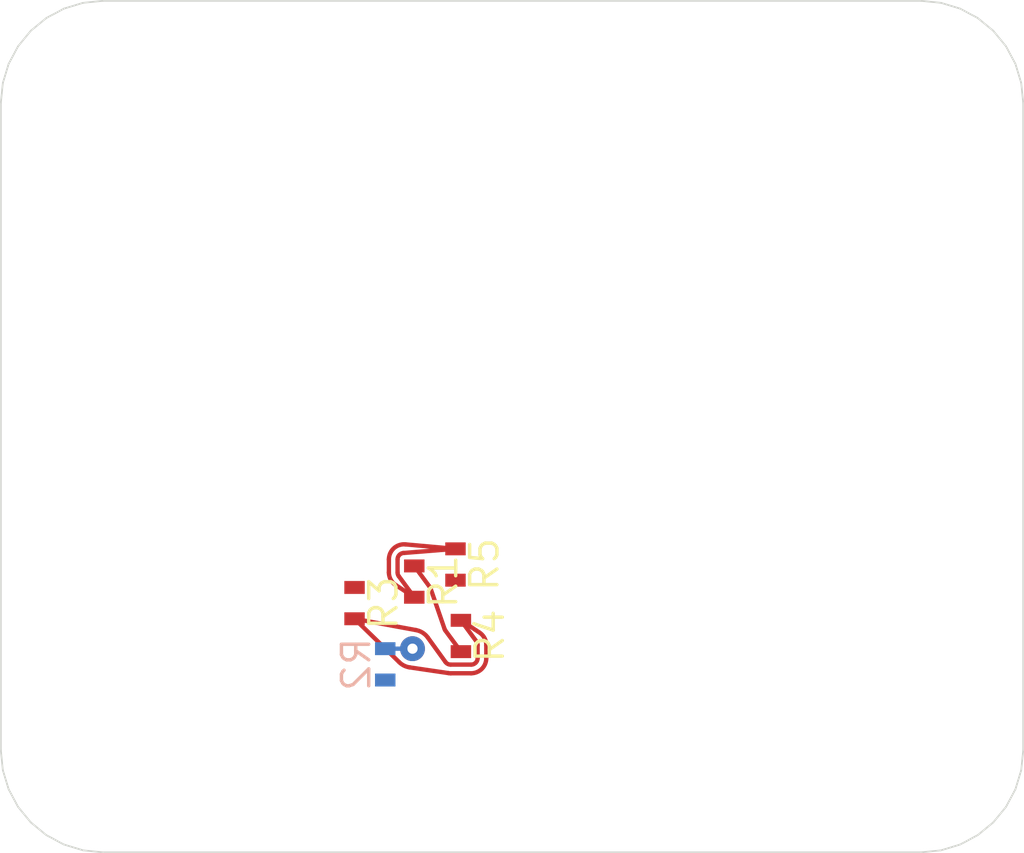
<source format=kicad_pcb>
(kicad_pcb (version 20221018) (generator jitx)
  (layers (0 F.Cu signal) (1 In1.Cu signal) (2 In2.Cu signal) (31 B.Cu signal) (34 "B.Paste" user) (35 "F.Paste" user) (36 "B.SilkS" user "B.Silkscreen") (37 "F.SilkS" user "F.Silkscreen") (38 "B.Mask" user) (39 "F.Mask" user) (44 "Edge.Cuts" user))
  (net 1 "r0_p1")
  (net 2 "r1_p1")
  (net 3 "r2_p1")
  (net 4 "gnd")
  (footprint exploder:Pkg0402 (layer F.Cu) (at 137.840625370795 112.049783882248 0.0)
    (pad 1 smd rect (at 0.0 -0.4598612181134 0.0) (size 0.6 0.3802775637732) (net 2 "r1_p1") (layers F.Cu F.Paste))
    (pad 2 smd rect (at 0.0 0.4598612181134 0.0) (size 0.6 0.3802775637732) (net 1 "r0_p1") (layers F.Cu F.Paste))
    (fp_text value "100R" hide)
    (fp_text reference "R5" (at 0.85 0.0 90.0) (layer F.SilkS) (effects (font (size 0.8 0.8) (thickness 0.10))))
  )
  (footprint exploder:Pkg0402 (layer F.Cu) (at 137.999785875991 114.148586384534 0.0)
    (pad 1 smd rect (at 0.0 -0.4598612181134 0.0) (size 0.6 0.3802775637732) (net 4 "gnd") (layers F.Cu F.Paste))
    (pad 2 smd rect (at 0.0 0.4598612181134 0.0) (size 0.6 0.3802775637732) (net 3 "r2_p1") (layers F.Cu F.Paste))
    (fp_text value "100R" hide)
    (fp_text reference "R4" (at 0.85 0.0 90.0) (layer F.SilkS) (effects (font (size 0.8 0.8) (thickness 0.10))))
  )
  (footprint exploder:Pkg0402 (layer B.Cu) (at 135.779382377598 114.981050257462 0.0)
    (pad 1 smd rect (at -0.0 -0.4598612181134 0.0) (size 0.6 0.3802775637732) (net 1 "r0_p1") (layers B.Cu B.Paste))
    (pad 2 smd rect (at -0.0 0.4598612181134 0.0) (size 0.6 0.3802775637732) (layers B.Cu B.Paste))
    (fp_text value "100R" hide)
    (fp_text reference "R2" (at -0.85 0.0 90.0) (layer B.SilkS) (effects (font (size 0.8 0.8) (thickness 0.10)) (justify mirror)))
  )
  (footprint exploder:Pkg0402 (layer F.Cu) (at 136.631508771967 112.551174890542 0.0)
    (pad 1 smd rect (at 0.0 -0.4598612181134 0.0) (size 0.6 0.3802775637732) (net 3 "r2_p1") (layers F.Cu F.Paste))
    (pad 2 smd rect (at 0.0 0.4598612181134 0.0) (size 0.6 0.3802775637732) (net 2 "r1_p1") (layers F.Cu F.Paste))
    (fp_text value "100R" hide)
    (fp_text reference "R1" (at 0.85 0.0 90.0) (layer F.SilkS) (effects (font (size 0.8 0.8) (thickness 0.10))))
  )
  (footprint exploder:Pkg0402 (layer F.Cu) (at 134.878601509912 113.183191798035 0.0)
    (pad 1 smd rect (at 0.0 -0.4598612181134 0.0) (size 0.6 0.3802775637732) (layers F.Cu F.Paste))
    (pad 2 smd rect (at 0.0 0.4598612181134 0.0) (size 0.6 0.3802775637732) (net 4 "gnd") (layers F.Cu F.Paste))
    (fp_text value "100R" hide)
    (fp_text reference "R3" (at 0.85 0.0 90.0) (layer F.SilkS) (effects (font (size 0.8 0.8) (thickness 0.10))))
  )
  (segment (start 136.579382377598 114.521189039349) (end 135.779382377598 114.521189039349) (layer B.Cu) (width 0.127) (net 1))
  (segment (start 136.631508771967 112.091313672429) (end 137.08498574479 112.708047564638) (layer F.Cu) (width 0.127) (net 3))
  (arc (start 137.08498574479 112.708047564638) (mid 137.100198280365 112.732386876784) (end 137.111581402898 112.758735460727) (layer F.Cu) (width 0.127) (net 3))
  (segment (start 137.111581402898 112.758735460727) (end 137.519713245061 113.94102581435) (layer F.Cu) (width 0.127) (net 3))
  (arc (start 137.519713245061 113.94102581435) (mid 137.531096367593 113.967374398292) (end 137.546308903168 113.991713710439) (layer F.Cu) (width 0.127) (net 3))
  (segment (start 137.546308903168 113.991713710439) (end 137.999785875991 114.608447602648) (layer F.Cu) (width 0.127) (net 3))
  (segment (start 137.840625370795 111.589922664134) (end 136.31638981637 111.711275793173) (layer F.Cu) (width 0.127) (net 2))
  (arc (start 136.31638981637 111.711275793173) (mid 136.191561619368 111.771926894506) (end 136.141008771967 111.901174890542) (layer F.Cu) (width 0.127) (net 2))
  (segment (start 136.141008771967 111.901174890542) (end 136.141008771967 112.281452454315) (layer F.Cu) (width 0.127) (net 2))
  (arc (start 136.141008771967 112.281452454315) (mid 136.150501018925 112.34083631861) (end 136.178031799144 112.394302216446) (layer F.Cu) (width 0.127) (net 2))
  (segment (start 136.178031799144 112.394302216446) (end 136.631508771967 113.011036108656) (layer F.Cu) (width 0.127) (net 2))
  (segment (start 137.840625370795 111.589922664134) (end 136.371120753636 111.458443435924) (layer F.Cu) (width 0.127) (net 2))
  (arc (start 136.371120753636 111.458443435924) (mid 136.031531502705 111.573159817831) (end 135.887008771967 111.901174890542) (layer F.Cu) (width 0.127) (net 2))
  (segment (start 135.887008771967 111.901174890542) (end 135.887008771967 112.281452454315) (layer F.Cu) (width 0.127) (net 2))
  (arc (start 135.887008771967 112.281452454315) (mid 135.94022598469 112.492350605992) (end 136.087134892914 112.652749716945) (layer F.Cu) (width 0.127) (net 2))
  (segment (start 136.087134892914 112.652749716945) (end 136.631508771967 113.011036108656) (layer F.Cu) (width 0.127) (net 2))
  (segment (start 137.999785875991 113.688725166421) (end 138.544159755045 114.047011558131) (layer F.Cu) (width 0.127) (net 4))
  (arc (start 138.544159755045 114.047011558131) (mid 138.691068663269 114.207410669085) (end 138.744285875991 114.418308820761) (layer F.Cu) (width 0.127) (net 4))
  (segment (start 138.744285875991 114.418308820761) (end 138.744285875991 114.798586384534) (layer F.Cu) (width 0.127) (net 4))
  (arc (start 138.744285875991 114.798586384534) (mid 138.614094840229 115.112895348772) (end 138.299785875991 115.243086384534) (layer F.Cu) (width 0.127) (net 4))
  (segment (start 138.299785875991 115.243086384534) (end 137.699785875991 115.243086384534) (layer F.Cu) (width 0.127) (net 4))
  (arc (start 137.699785875991 115.243086384534) (mid 137.667279809898 115.241896214864) (end 137.634947816849 115.238332079325) (layer F.Cu) (width 0.127) (net 4))
  (segment (start 137.634947816849 115.238332079325) (end 136.498353037096 115.070747494818) (layer F.Cu) (width 0.127) (net 4))
  (arc (start 136.498353037096 115.070747494818) (mid 136.333403062365 115.019259743644) (end 136.192255048725 114.919576641113) (layer F.Cu) (width 0.127) (net 4))
  (segment (start 136.192255048725 114.919576641113) (end 134.878601509912 113.643053016149) (layer F.Cu) (width 0.127) (net 4))
  (segment (start 134.878601509912 113.643053016149) (end 136.680014551462 113.9748801381) (layer F.Cu) (width 0.127) (net 4))
  (arc (start 136.680014551462 113.9748801381) (mid 136.876246350405 114.051665843277) (end 137.029761092342 114.196013297164) (layer F.Cu) (width 0.127) (net 4))
  (segment (start 137.029761092342 114.196013297164) (end 137.545335569675 114.910100297921) (layer F.Cu) (width 0.127) (net 4))
  (arc (start 137.545335569675 114.910100297921) (mid 137.613048198193 114.968194241811) (end 137.699785875991 114.989086384534) (layer F.Cu) (width 0.127) (net 4))
  (segment (start 137.699785875991 114.989086384534) (end 138.299785875991 114.989086384534) (layer F.Cu) (width 0.127) (net 4))
  (arc (start 138.299785875991 114.989086384534) (mid 138.434489717807 114.93329022635) (end 138.490285875991 114.798586384534) (layer F.Cu) (width 0.127) (net 4))
  (segment (start 138.490285875991 114.798586384534) (end 138.490285875991 114.418308820761) (layer F.Cu) (width 0.127) (net 4))
  (arc (start 138.490285875991 114.418308820761) (mid 138.480793629034 114.358924956466) (end 138.453262848814 114.30545905863) (layer F.Cu) (width 0.127) (net 4))
  (segment (start 138.453262848814 114.30545905863) (end 137.999785875991 113.688725166421) (layer F.Cu) (width 0.127) (net 4))
  (via (at 136.579382377598 114.521189039349) (size 0.73) (drill 0.3) (layers F.Cu B.Cu) (net 1))
  (gr_line (start 154.5 98.5) (end 154.44235584121 97.9147290339516) (layer Edge.Cuts) (stroke (width 0.05)))
  (gr_line (start 154.44235584121 97.9147290339516) (end 154.271638597534 97.3519497029047) (layer Edge.Cuts) (stroke (width 0.05)))
  (gr_line (start 154.271638597534 97.3519497029047) (end 153.994408836908 96.8332893009412) (layer Edge.Cuts) (stroke (width 0.05)))
  (gr_line (start 153.994408836908 96.8332893009412) (end 153.62132034356 96.3786796564404) (layer Edge.Cuts) (stroke (width 0.05)))
  (gr_line (start 153.62132034356 96.3786796564404) (end 153.166710699059 96.0055911630924) (layer Edge.Cuts) (stroke (width 0.05)))
  (gr_line (start 153.166710699059 96.0055911630924) (end 152.648050297095 95.7283614024661) (layer Edge.Cuts) (stroke (width 0.05)))
  (gr_line (start 152.648050297095 95.7283614024661) (end 152.085270966048 95.5576441587903) (layer Edge.Cuts) (stroke (width 0.05)))
  (gr_line (start 152.085270966048 95.5576441587903) (end 151.5 95.5) (layer Edge.Cuts) (stroke (width 0.05)))
  (gr_line (start 151.5 95.5) (end 127.5 95.5) (layer Edge.Cuts) (stroke (width 0.05)))
  (gr_line (start 127.5 95.5) (end 126.914729033952 95.5576441587903) (layer Edge.Cuts) (stroke (width 0.05)))
  (gr_line (start 126.914729033952 95.5576441587903) (end 126.351949702905 95.7283614024661) (layer Edge.Cuts) (stroke (width 0.05)))
  (gr_line (start 126.351949702905 95.7283614024661) (end 125.833289300941 96.0055911630924) (layer Edge.Cuts) (stroke (width 0.05)))
  (gr_line (start 125.833289300941 96.0055911630924) (end 125.37867965644 96.3786796564404) (layer Edge.Cuts) (stroke (width 0.05)))
  (gr_line (start 125.37867965644 96.3786796564404) (end 125.005591163092 96.8332893009412) (layer Edge.Cuts) (stroke (width 0.05)))
  (gr_line (start 125.005591163092 96.8332893009412) (end 124.728361402466 97.3519497029047) (layer Edge.Cuts) (stroke (width 0.05)))
  (gr_line (start 124.728361402466 97.3519497029047) (end 124.55764415879 97.9147290339516) (layer Edge.Cuts) (stroke (width 0.05)))
  (gr_line (start 124.55764415879 97.9147290339516) (end 124.5 98.5) (layer Edge.Cuts) (stroke (width 0.05)))
  (gr_line (start 124.5 98.5) (end 124.5 117.5) (layer Edge.Cuts) (stroke (width 0.05)))
  (gr_line (start 124.5 117.5) (end 124.55764415879 118.085270966048) (layer Edge.Cuts) (stroke (width 0.05)))
  (gr_line (start 124.55764415879 118.085270966048) (end 124.728361402466 118.648050297095) (layer Edge.Cuts) (stroke (width 0.05)))
  (gr_line (start 124.728361402466 118.648050297095) (end 125.005591163092 119.166710699059) (layer Edge.Cuts) (stroke (width 0.05)))
  (gr_line (start 125.005591163092 119.166710699059) (end 125.37867965644 119.62132034356) (layer Edge.Cuts) (stroke (width 0.05)))
  (gr_line (start 125.37867965644 119.62132034356) (end 125.833289300941 119.994408836908) (layer Edge.Cuts) (stroke (width 0.05)))
  (gr_line (start 125.833289300941 119.994408836908) (end 126.351949702905 120.271638597534) (layer Edge.Cuts) (stroke (width 0.05)))
  (gr_line (start 126.351949702905 120.271638597534) (end 126.914729033952 120.44235584121) (layer Edge.Cuts) (stroke (width 0.05)))
  (gr_line (start 126.914729033952 120.44235584121) (end 127.5 120.5) (layer Edge.Cuts) (stroke (width 0.05)))
  (gr_line (start 127.5 120.5) (end 151.5 120.5) (layer Edge.Cuts) (stroke (width 0.05)))
  (gr_line (start 151.5 120.5) (end 152.085270966048 120.44235584121) (layer Edge.Cuts) (stroke (width 0.05)))
  (gr_line (start 152.085270966048 120.44235584121) (end 152.648050297095 120.271638597534) (layer Edge.Cuts) (stroke (width 0.05)))
  (gr_line (start 152.648050297095 120.271638597534) (end 153.166710699059 119.994408836908) (layer Edge.Cuts) (stroke (width 0.05)))
  (gr_line (start 153.166710699059 119.994408836908) (end 153.62132034356 119.62132034356) (layer Edge.Cuts) (stroke (width 0.05)))
  (gr_line (start 153.62132034356 119.62132034356) (end 153.994408836908 119.166710699059) (layer Edge.Cuts) (stroke (width 0.05)))
  (gr_line (start 153.994408836908 119.166710699059) (end 154.271638597534 118.648050297095) (layer Edge.Cuts) (stroke (width 0.05)))
  (gr_line (start 154.271638597534 118.648050297095) (end 154.44235584121 118.085270966048) (layer Edge.Cuts) (stroke (width 0.05)))
  (gr_line (start 154.44235584121 118.085270966048) (end 154.5 117.5) (layer Edge.Cuts) (stroke (width 0.05)))
  (gr_line (start 154.5 117.5) (end 154.5 98.5) (layer Edge.Cuts) (stroke (width 0.05)))
)
</source>
